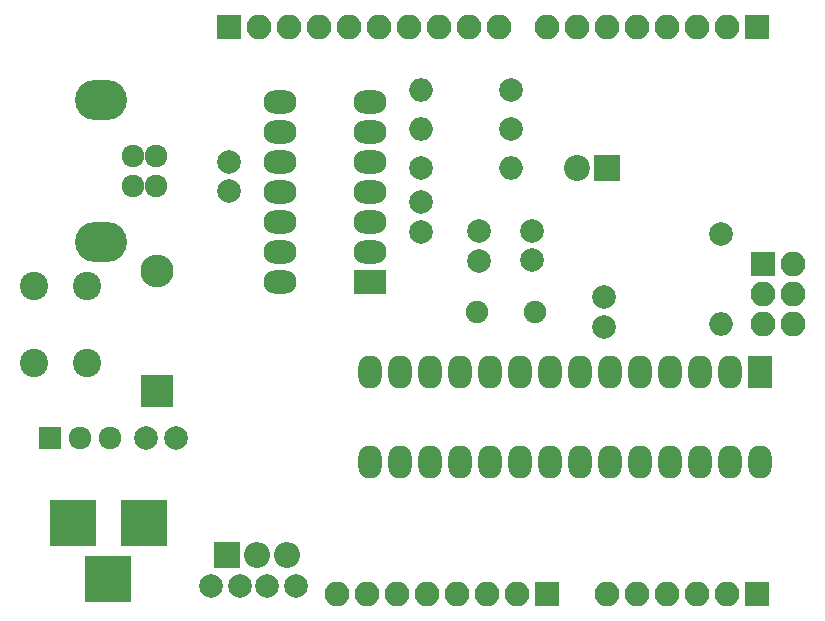
<source format=gts>
G04 #@! TF.FileFunction,Soldermask,Top*
%FSLAX46Y46*%
G04 Gerber Fmt 4.6, Leading zero omitted, Abs format (unit mm)*
G04 Created by KiCad (PCBNEW 4.0.5+dfsg1-4) date Mon Jul 16 10:11:37 2018*
%MOMM*%
%LPD*%
G01*
G04 APERTURE LIST*
%ADD10C,0.100000*%
%ADD11R,2.000000X2.800000*%
%ADD12O,2.000000X2.800000*%
%ADD13C,2.000000*%
%ADD14C,1.920000*%
%ADD15O,4.400000X3.400000*%
%ADD16R,3.900000X3.900000*%
%ADD17R,2.100000X2.100000*%
%ADD18O,2.100000X2.100000*%
%ADD19O,2.000000X2.000000*%
%ADD20C,2.400000*%
%ADD21R,2.800000X2.000000*%
%ADD22O,2.800000X2.000000*%
%ADD23C,1.900000*%
%ADD24R,2.200000X2.200000*%
%ADD25C,2.200000*%
%ADD26R,1.920000X1.920000*%
%ADD27O,2.200000X2.200000*%
%ADD28R,2.800000X2.800000*%
%ADD29O,2.800000X2.800000*%
G04 APERTURE END LIST*
D10*
D11*
X170434000Y-58166000D03*
D12*
X137414000Y-65786000D03*
X167894000Y-58166000D03*
X139954000Y-65786000D03*
X165354000Y-58166000D03*
X142494000Y-65786000D03*
X162814000Y-58166000D03*
X145034000Y-65786000D03*
X160274000Y-58166000D03*
X147574000Y-65786000D03*
X157734000Y-58166000D03*
X150114000Y-65786000D03*
X155194000Y-58166000D03*
X152654000Y-65786000D03*
X152654000Y-58166000D03*
X155194000Y-65786000D03*
X150114000Y-58166000D03*
X157734000Y-65786000D03*
X147574000Y-58166000D03*
X160274000Y-65786000D03*
X145034000Y-58166000D03*
X162814000Y-65786000D03*
X142494000Y-58166000D03*
X165354000Y-65786000D03*
X139954000Y-58166000D03*
X167894000Y-65786000D03*
X137414000Y-58166000D03*
X170434000Y-65786000D03*
D13*
X157226000Y-54356000D03*
X157226000Y-51856000D03*
X126452000Y-76327000D03*
X123952000Y-76327000D03*
X141732000Y-46315000D03*
X141732000Y-43815000D03*
X125476000Y-42886000D03*
X125476000Y-40386000D03*
X128691000Y-76327000D03*
X131191000Y-76327000D03*
X151130000Y-46228000D03*
X151130000Y-48728000D03*
X146685000Y-46282000D03*
X146685000Y-48782000D03*
D14*
X119348000Y-39878000D03*
X119348000Y-42418000D03*
X117348000Y-42418000D03*
X117348000Y-39878000D03*
D15*
X114648000Y-35148000D03*
X114648000Y-47148000D03*
D16*
X118268000Y-70993000D03*
X112268000Y-70993000D03*
X115268000Y-75693000D03*
D17*
X170180000Y-76962000D03*
D18*
X167640000Y-76962000D03*
X165100000Y-76962000D03*
X162560000Y-76962000D03*
X160020000Y-76962000D03*
X157480000Y-76962000D03*
D17*
X170180000Y-28956000D03*
D18*
X167640000Y-28956000D03*
X165100000Y-28956000D03*
X162560000Y-28956000D03*
X160020000Y-28956000D03*
X157480000Y-28956000D03*
X154940000Y-28956000D03*
X152400000Y-28956000D03*
D13*
X149352000Y-37592000D03*
D19*
X141732000Y-37592000D03*
D13*
X149352000Y-34290000D03*
D19*
X141732000Y-34290000D03*
D13*
X167132000Y-46482000D03*
D19*
X167132000Y-54102000D03*
D20*
X113466000Y-57404000D03*
X108966000Y-57404000D03*
X113466000Y-50904000D03*
X108966000Y-50904000D03*
D21*
X137414000Y-50546000D03*
D22*
X129794000Y-35306000D03*
X137414000Y-48006000D03*
X129794000Y-37846000D03*
X137414000Y-45466000D03*
X129794000Y-40386000D03*
X137414000Y-42926000D03*
X129794000Y-42926000D03*
X137414000Y-40386000D03*
X129794000Y-45466000D03*
X137414000Y-37846000D03*
X129794000Y-48006000D03*
X137414000Y-35306000D03*
X129794000Y-50546000D03*
D23*
X151384000Y-53086000D03*
X146504000Y-53086000D03*
D24*
X157480000Y-40894000D03*
D25*
X154940000Y-40894000D03*
D13*
X141732000Y-40894000D03*
D19*
X149352000Y-40894000D03*
D17*
X152400000Y-76962000D03*
D18*
X149860000Y-76962000D03*
X147320000Y-76962000D03*
X144780000Y-76962000D03*
X142240000Y-76962000D03*
X139700000Y-76962000D03*
X137160000Y-76962000D03*
X134620000Y-76962000D03*
D17*
X170688000Y-49022000D03*
D18*
X173228000Y-49022000D03*
X170688000Y-51562000D03*
X173228000Y-51562000D03*
X170688000Y-54102000D03*
X173228000Y-54102000D03*
D17*
X125476000Y-28956000D03*
D18*
X128016000Y-28956000D03*
X130556000Y-28956000D03*
X133096000Y-28956000D03*
X135636000Y-28956000D03*
X138176000Y-28956000D03*
X140716000Y-28956000D03*
X143256000Y-28956000D03*
X145796000Y-28956000D03*
X148336000Y-28956000D03*
D13*
X118491000Y-63754000D03*
X120991000Y-63754000D03*
D14*
X112903000Y-63754000D03*
X115443000Y-63754000D03*
D26*
X110363000Y-63754000D03*
D24*
X125349000Y-73660000D03*
D27*
X127889000Y-73660000D03*
X130429000Y-73660000D03*
D28*
X119380000Y-59817000D03*
D29*
X119380000Y-49657000D03*
M02*

</source>
